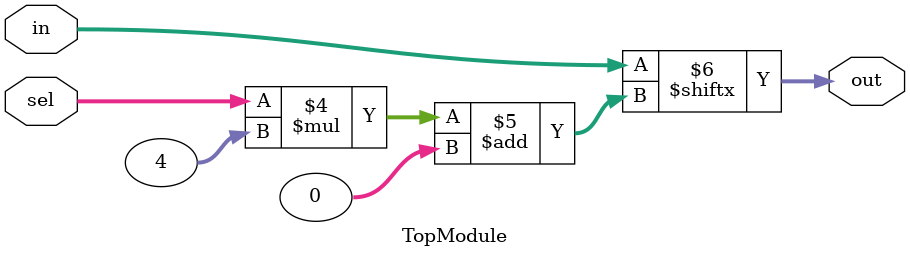
<source format=sv>
module TopModule(
    input logic [1023:0] in,
    input logic [7:0] sel,
    output logic [3:0] out
);

    always @(*) begin
        // Calculate the starting bit position for the selected 4-bit group
        integer start_bit;
        start_bit = sel * 4;
        
        // Assign the selected 4-bit group to the output
        out = in[start_bit +: 4];
    end

endmodule
</source>
